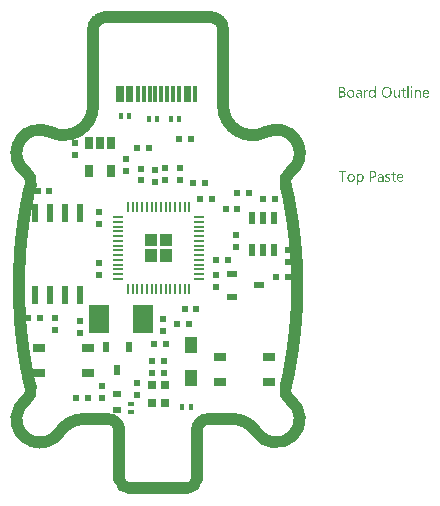
<source format=gtp>
G04*
G04 #@! TF.GenerationSoftware,Altium Limited,Altium Designer,21.9.2 (33)*
G04*
G04 Layer_Color=8421504*
%FSAX25Y25*%
%MOIN*%
G70*
G04*
G04 #@! TF.SameCoordinates,9B662772-510A-46F8-AEF7-6368D3D20965*
G04*
G04*
G04 #@! TF.FilePolarity,Positive*
G04*
G01*
G75*
%ADD16C,0.03937*%
%ADD17R,0.03445X0.00787*%
%ADD18R,0.00787X0.03445*%
%ADD19R,0.01968X0.02165*%
%ADD20R,0.01280X0.02461*%
%ADD21R,0.01181X0.05709*%
%ADD22R,0.02362X0.03543*%
%ADD23R,0.02362X0.06299*%
%ADD24R,0.02756X0.03937*%
%ADD25R,0.02165X0.01968*%
%ADD26R,0.01968X0.02165*%
%ADD27R,0.02165X0.01968*%
%ADD28R,0.03150X0.02362*%
%ADD29R,0.04134X0.02559*%
%ADD30R,0.04331X0.05315*%
%ADD31R,0.03543X0.02362*%
%ADD32R,0.02559X0.03150*%
%ADD33R,0.02461X0.01280*%
%ADD34R,0.02362X0.03937*%
%ADD35R,0.06693X0.09449*%
G36*
X0084544Y0066515D02*
X0084569D01*
X0084624Y0066491D01*
X0084655Y0066472D01*
X0084686Y0066447D01*
X0084692Y0066441D01*
X0084698Y0066435D01*
X0084729Y0066398D01*
X0084754Y0066336D01*
X0084760Y0066299D01*
X0084767Y0066262D01*
Y0066255D01*
Y0066243D01*
X0084760Y0066224D01*
X0084754Y0066200D01*
X0084736Y0066138D01*
X0084711Y0066107D01*
X0084686Y0066076D01*
X0084680D01*
X0084674Y0066064D01*
X0084637Y0066039D01*
X0084581Y0066014D01*
X0084544Y0066008D01*
X0084507Y0066002D01*
X0084488D01*
X0084469Y0066008D01*
X0084445D01*
X0084383Y0066033D01*
X0084352Y0066045D01*
X0084321Y0066070D01*
Y0066076D01*
X0084308Y0066082D01*
X0084296Y0066101D01*
X0084284Y0066119D01*
X0084259Y0066181D01*
X0084253Y0066218D01*
X0084247Y0066262D01*
Y0066268D01*
Y0066280D01*
X0084253Y0066299D01*
X0084259Y0066330D01*
X0084277Y0066386D01*
X0084296Y0066416D01*
X0084321Y0066447D01*
X0084327Y0066453D01*
X0084333Y0066460D01*
X0084370Y0066484D01*
X0084432Y0066509D01*
X0084469Y0066522D01*
X0084525D01*
X0084544Y0066515D01*
D02*
G37*
G36*
X0072554Y0062851D02*
X0072151D01*
Y0063272D01*
X0072139D01*
Y0063266D01*
X0072127Y0063253D01*
X0072108Y0063229D01*
X0072089Y0063198D01*
X0072058Y0063161D01*
X0072021Y0063123D01*
X0071978Y0063080D01*
X0071929Y0063037D01*
X0071873Y0062987D01*
X0071805Y0062944D01*
X0071737Y0062907D01*
X0071656Y0062870D01*
X0071576Y0062839D01*
X0071483Y0062814D01*
X0071384Y0062801D01*
X0071279Y0062795D01*
X0071235D01*
X0071198Y0062801D01*
X0071161Y0062808D01*
X0071111Y0062814D01*
X0071006Y0062839D01*
X0070882Y0062876D01*
X0070759Y0062938D01*
X0070691Y0062975D01*
X0070635Y0063018D01*
X0070573Y0063074D01*
X0070517Y0063130D01*
Y0063136D01*
X0070505Y0063148D01*
X0070492Y0063167D01*
X0070474Y0063191D01*
X0070455Y0063222D01*
X0070430Y0063266D01*
X0070406Y0063315D01*
X0070381Y0063371D01*
X0070350Y0063433D01*
X0070325Y0063501D01*
X0070301Y0063575D01*
X0070282Y0063656D01*
X0070263Y0063742D01*
X0070251Y0063841D01*
X0070245Y0063940D01*
X0070239Y0064046D01*
Y0064052D01*
Y0064070D01*
Y0064108D01*
X0070245Y0064151D01*
X0070251Y0064200D01*
X0070257Y0064262D01*
X0070263Y0064330D01*
X0070276Y0064405D01*
X0070313Y0064566D01*
X0070369Y0064733D01*
X0070406Y0064813D01*
X0070449Y0064894D01*
X0070492Y0064968D01*
X0070548Y0065042D01*
X0070554Y0065048D01*
X0070560Y0065061D01*
X0070579Y0065079D01*
X0070604Y0065104D01*
X0070635Y0065129D01*
X0070678Y0065160D01*
X0070722Y0065197D01*
X0070771Y0065234D01*
X0070895Y0065302D01*
X0071037Y0065364D01*
X0071118Y0065383D01*
X0071204Y0065401D01*
X0071291Y0065414D01*
X0071390Y0065420D01*
X0071439D01*
X0071477Y0065414D01*
X0071514Y0065407D01*
X0071563Y0065401D01*
X0071675Y0065370D01*
X0071798Y0065321D01*
X0071860Y0065290D01*
X0071922Y0065246D01*
X0071984Y0065203D01*
X0072040Y0065148D01*
X0072089Y0065086D01*
X0072139Y0065011D01*
X0072151D01*
Y0066571D01*
X0072554D01*
Y0062851D01*
D02*
G37*
G36*
X0086822Y0065414D02*
X0086896Y0065407D01*
X0086989Y0065389D01*
X0087088Y0065358D01*
X0087193Y0065308D01*
X0087298Y0065240D01*
X0087342Y0065203D01*
X0087385Y0065154D01*
X0087397Y0065141D01*
X0087422Y0065104D01*
X0087453Y0065042D01*
X0087496Y0064956D01*
X0087533Y0064850D01*
X0087571Y0064720D01*
X0087595Y0064566D01*
X0087602Y0064386D01*
Y0062851D01*
X0087199D01*
Y0064281D01*
Y0064287D01*
Y0064318D01*
X0087193Y0064355D01*
Y0064405D01*
X0087181Y0064467D01*
X0087168Y0064535D01*
X0087150Y0064609D01*
X0087125Y0064683D01*
X0087094Y0064758D01*
X0087057Y0064826D01*
X0087007Y0064894D01*
X0086952Y0064956D01*
X0086890Y0065005D01*
X0086809Y0065042D01*
X0086723Y0065073D01*
X0086617Y0065079D01*
X0086605D01*
X0086568Y0065073D01*
X0086512Y0065067D01*
X0086444Y0065048D01*
X0086364Y0065024D01*
X0086277Y0064980D01*
X0086197Y0064925D01*
X0086116Y0064850D01*
X0086110Y0064838D01*
X0086085Y0064813D01*
X0086054Y0064764D01*
X0086017Y0064696D01*
X0085980Y0064615D01*
X0085949Y0064516D01*
X0085924Y0064405D01*
X0085918Y0064281D01*
Y0062851D01*
X0085515D01*
Y0065364D01*
X0085918D01*
Y0064943D01*
X0085930D01*
X0085936Y0064949D01*
X0085943Y0064962D01*
X0085961Y0064986D01*
X0085986Y0065017D01*
X0086011Y0065055D01*
X0086048Y0065092D01*
X0086091Y0065135D01*
X0086141Y0065185D01*
X0086197Y0065228D01*
X0086258Y0065271D01*
X0086326Y0065308D01*
X0086401Y0065346D01*
X0086475Y0065377D01*
X0086562Y0065401D01*
X0086655Y0065414D01*
X0086753Y0065420D01*
X0086791D01*
X0086822Y0065414D01*
D02*
G37*
G36*
X0069824Y0065401D02*
X0069898Y0065395D01*
X0069942Y0065383D01*
X0069972Y0065370D01*
Y0064956D01*
X0069966Y0064962D01*
X0069954Y0064968D01*
X0069929Y0064980D01*
X0069898Y0064999D01*
X0069855Y0065011D01*
X0069799Y0065024D01*
X0069737Y0065030D01*
X0069669Y0065036D01*
X0069657D01*
X0069626Y0065030D01*
X0069576Y0065024D01*
X0069521Y0065005D01*
X0069446Y0064974D01*
X0069378Y0064931D01*
X0069304Y0064869D01*
X0069236Y0064788D01*
X0069230Y0064776D01*
X0069211Y0064745D01*
X0069180Y0064689D01*
X0069149Y0064615D01*
X0069118Y0064522D01*
X0069087Y0064405D01*
X0069069Y0064275D01*
X0069063Y0064126D01*
Y0062851D01*
X0068660D01*
Y0065364D01*
X0069063D01*
Y0064844D01*
X0069075D01*
Y0064850D01*
X0069081Y0064856D01*
X0069094Y0064887D01*
X0069112Y0064937D01*
X0069143Y0064999D01*
X0069174Y0065061D01*
X0069223Y0065129D01*
X0069273Y0065197D01*
X0069335Y0065259D01*
X0069341Y0065265D01*
X0069366Y0065284D01*
X0069403Y0065308D01*
X0069453Y0065333D01*
X0069508Y0065358D01*
X0069576Y0065383D01*
X0069651Y0065401D01*
X0069731Y0065407D01*
X0069787D01*
X0069824Y0065401D01*
D02*
G37*
G36*
X0080563Y0062851D02*
X0080161D01*
Y0063247D01*
X0080149D01*
Y0063241D01*
X0080136Y0063229D01*
X0080124Y0063204D01*
X0080099Y0063179D01*
X0080044Y0063105D01*
X0079957Y0063024D01*
X0079907Y0062981D01*
X0079852Y0062938D01*
X0079790Y0062901D01*
X0079716Y0062863D01*
X0079641Y0062839D01*
X0079561Y0062814D01*
X0079468Y0062801D01*
X0079375Y0062795D01*
X0079338D01*
X0079295Y0062801D01*
X0079233Y0062814D01*
X0079165Y0062826D01*
X0079090Y0062851D01*
X0079010Y0062882D01*
X0078929Y0062931D01*
X0078843Y0062987D01*
X0078762Y0063055D01*
X0078688Y0063142D01*
X0078620Y0063247D01*
X0078558Y0063365D01*
X0078515Y0063507D01*
X0078490Y0063674D01*
X0078478Y0063761D01*
Y0063860D01*
Y0065364D01*
X0078874D01*
Y0063922D01*
Y0063916D01*
Y0063891D01*
X0078880Y0063848D01*
X0078886Y0063798D01*
X0078892Y0063736D01*
X0078905Y0063674D01*
X0078923Y0063600D01*
X0078948Y0063526D01*
X0078985Y0063451D01*
X0079022Y0063383D01*
X0079072Y0063315D01*
X0079134Y0063253D01*
X0079202Y0063204D01*
X0079282Y0063167D01*
X0079381Y0063136D01*
X0079487Y0063130D01*
X0079499D01*
X0079536Y0063136D01*
X0079592Y0063142D01*
X0079654Y0063154D01*
X0079734Y0063185D01*
X0079815Y0063222D01*
X0079895Y0063272D01*
X0079969Y0063346D01*
X0079975Y0063359D01*
X0080000Y0063383D01*
X0080031Y0063433D01*
X0080068Y0063501D01*
X0080099Y0063581D01*
X0080130Y0063680D01*
X0080155Y0063792D01*
X0080161Y0063916D01*
Y0065364D01*
X0080563D01*
Y0062851D01*
D02*
G37*
G36*
X0084698D02*
X0084296D01*
Y0065364D01*
X0084698D01*
Y0062851D01*
D02*
G37*
G36*
X0083479D02*
X0083077D01*
Y0066571D01*
X0083479D01*
Y0062851D01*
D02*
G37*
G36*
X0067100Y0065414D02*
X0067156Y0065407D01*
X0067224Y0065389D01*
X0067298Y0065370D01*
X0067379Y0065339D01*
X0067466Y0065302D01*
X0067546Y0065253D01*
X0067626Y0065191D01*
X0067701Y0065117D01*
X0067769Y0065024D01*
X0067825Y0064918D01*
X0067868Y0064795D01*
X0067893Y0064652D01*
X0067905Y0064485D01*
Y0062851D01*
X0067503D01*
Y0063241D01*
X0067490D01*
Y0063235D01*
X0067478Y0063222D01*
X0067466Y0063198D01*
X0067441Y0063173D01*
X0067379Y0063099D01*
X0067298Y0063018D01*
X0067187Y0062938D01*
X0067057Y0062863D01*
X0066976Y0062839D01*
X0066896Y0062814D01*
X0066809Y0062801D01*
X0066716Y0062795D01*
X0066679D01*
X0066655Y0062801D01*
X0066587Y0062808D01*
X0066506Y0062820D01*
X0066407Y0062845D01*
X0066314Y0062876D01*
X0066215Y0062925D01*
X0066128Y0062987D01*
X0066122Y0062999D01*
X0066097Y0063024D01*
X0066060Y0063068D01*
X0066023Y0063130D01*
X0065986Y0063204D01*
X0065949Y0063291D01*
X0065924Y0063396D01*
X0065918Y0063513D01*
Y0063520D01*
Y0063544D01*
X0065924Y0063581D01*
X0065930Y0063625D01*
X0065943Y0063680D01*
X0065961Y0063742D01*
X0065986Y0063810D01*
X0066023Y0063879D01*
X0066067Y0063953D01*
X0066122Y0064027D01*
X0066190Y0064095D01*
X0066271Y0064157D01*
X0066364Y0064219D01*
X0066475Y0064268D01*
X0066599Y0064306D01*
X0066747Y0064337D01*
X0067503Y0064442D01*
Y0064448D01*
Y0064467D01*
X0067497Y0064504D01*
Y0064541D01*
X0067484Y0064590D01*
X0067478Y0064646D01*
X0067441Y0064764D01*
X0067410Y0064819D01*
X0067379Y0064875D01*
X0067335Y0064931D01*
X0067286Y0064980D01*
X0067224Y0065024D01*
X0067156Y0065055D01*
X0067076Y0065073D01*
X0066983Y0065079D01*
X0066939D01*
X0066908Y0065073D01*
X0066865D01*
X0066822Y0065061D01*
X0066710Y0065042D01*
X0066587Y0065005D01*
X0066450Y0064949D01*
X0066376Y0064912D01*
X0066308Y0064875D01*
X0066234Y0064826D01*
X0066166Y0064770D01*
Y0065185D01*
X0066172D01*
X0066184Y0065197D01*
X0066203Y0065209D01*
X0066234Y0065222D01*
X0066265Y0065240D01*
X0066308Y0065259D01*
X0066357Y0065277D01*
X0066413Y0065302D01*
X0066537Y0065346D01*
X0066686Y0065383D01*
X0066847Y0065407D01*
X0067020Y0065420D01*
X0067057D01*
X0067100Y0065414D01*
D02*
G37*
G36*
X0061412Y0066361D02*
X0061455D01*
X0061498Y0066355D01*
X0061597Y0066342D01*
X0061715Y0066311D01*
X0061839Y0066274D01*
X0061956Y0066218D01*
X0062062Y0066144D01*
X0062068D01*
X0062074Y0066132D01*
X0062105Y0066107D01*
X0062148Y0066057D01*
X0062198Y0065989D01*
X0062241Y0065903D01*
X0062284Y0065804D01*
X0062315Y0065692D01*
X0062328Y0065630D01*
Y0065562D01*
Y0065556D01*
Y0065550D01*
Y0065513D01*
X0062322Y0065457D01*
X0062309Y0065389D01*
X0062291Y0065302D01*
X0062260Y0065215D01*
X0062223Y0065129D01*
X0062167Y0065042D01*
X0062161Y0065030D01*
X0062136Y0065005D01*
X0062099Y0064968D01*
X0062049Y0064918D01*
X0061987Y0064869D01*
X0061913Y0064813D01*
X0061820Y0064770D01*
X0061721Y0064727D01*
Y0064720D01*
X0061740D01*
X0061758Y0064714D01*
X0061777Y0064708D01*
X0061845Y0064696D01*
X0061926Y0064671D01*
X0062012Y0064634D01*
X0062105Y0064590D01*
X0062198Y0064529D01*
X0062284Y0064448D01*
X0062297Y0064436D01*
X0062322Y0064405D01*
X0062353Y0064361D01*
X0062396Y0064293D01*
X0062433Y0064207D01*
X0062470Y0064108D01*
X0062495Y0063990D01*
X0062501Y0063860D01*
Y0063854D01*
Y0063841D01*
Y0063817D01*
X0062495Y0063786D01*
X0062489Y0063749D01*
X0062483Y0063705D01*
X0062458Y0063600D01*
X0062421Y0063482D01*
X0062365Y0063359D01*
X0062328Y0063303D01*
X0062284Y0063241D01*
X0062229Y0063185D01*
X0062173Y0063130D01*
X0062167D01*
X0062161Y0063117D01*
X0062142Y0063105D01*
X0062117Y0063086D01*
X0062086Y0063068D01*
X0062043Y0063043D01*
X0061950Y0062993D01*
X0061833Y0062938D01*
X0061696Y0062894D01*
X0061536Y0062863D01*
X0061455Y0062857D01*
X0061362Y0062851D01*
X0060335D01*
Y0066367D01*
X0061381D01*
X0061412Y0066361D01*
D02*
G37*
G36*
X0081907Y0065364D02*
X0082544D01*
Y0065017D01*
X0081907D01*
Y0063600D01*
Y0063588D01*
Y0063557D01*
X0081913Y0063513D01*
X0081919Y0063458D01*
X0081944Y0063340D01*
X0081963Y0063284D01*
X0081993Y0063241D01*
X0082000Y0063235D01*
X0082012Y0063222D01*
X0082031Y0063210D01*
X0082061Y0063191D01*
X0082099Y0063167D01*
X0082148Y0063154D01*
X0082210Y0063142D01*
X0082278Y0063136D01*
X0082303D01*
X0082334Y0063142D01*
X0082371Y0063148D01*
X0082458Y0063173D01*
X0082501Y0063191D01*
X0082544Y0063216D01*
Y0062870D01*
X0082538D01*
X0082520Y0062857D01*
X0082489Y0062851D01*
X0082445Y0062839D01*
X0082390Y0062826D01*
X0082328Y0062814D01*
X0082253Y0062808D01*
X0082167Y0062801D01*
X0082136D01*
X0082105Y0062808D01*
X0082061Y0062814D01*
X0082012Y0062826D01*
X0081956Y0062839D01*
X0081901Y0062863D01*
X0081839Y0062894D01*
X0081777Y0062931D01*
X0081715Y0062981D01*
X0081659Y0063037D01*
X0081610Y0063111D01*
X0081566Y0063191D01*
X0081535Y0063291D01*
X0081511Y0063402D01*
X0081504Y0063532D01*
Y0065017D01*
X0081077D01*
Y0065364D01*
X0081504D01*
Y0065977D01*
X0081907Y0066107D01*
Y0065364D01*
D02*
G37*
G36*
X0089434Y0065414D02*
X0089477Y0065407D01*
X0089521Y0065401D01*
X0089632Y0065383D01*
X0089756Y0065339D01*
X0089880Y0065284D01*
X0089941Y0065246D01*
X0090003Y0065203D01*
X0090059Y0065154D01*
X0090115Y0065098D01*
X0090121Y0065092D01*
X0090127Y0065086D01*
X0090140Y0065067D01*
X0090158Y0065042D01*
X0090177Y0065005D01*
X0090201Y0064968D01*
X0090226Y0064925D01*
X0090251Y0064869D01*
X0090276Y0064807D01*
X0090300Y0064745D01*
X0090325Y0064671D01*
X0090344Y0064590D01*
X0090362Y0064504D01*
X0090375Y0064417D01*
X0090387Y0064318D01*
Y0064213D01*
Y0064002D01*
X0088611D01*
Y0063996D01*
Y0063984D01*
Y0063965D01*
X0088617Y0063934D01*
X0088623Y0063897D01*
Y0063860D01*
X0088642Y0063761D01*
X0088673Y0063662D01*
X0088710Y0063550D01*
X0088765Y0063445D01*
X0088833Y0063352D01*
X0088846Y0063340D01*
X0088871Y0063315D01*
X0088920Y0063284D01*
X0088988Y0063241D01*
X0089075Y0063198D01*
X0089174Y0063167D01*
X0089291Y0063142D01*
X0089428Y0063130D01*
X0089471D01*
X0089502Y0063136D01*
X0089539D01*
X0089582Y0063142D01*
X0089688Y0063167D01*
X0089805Y0063198D01*
X0089935Y0063247D01*
X0090071Y0063315D01*
X0090140Y0063359D01*
X0090208Y0063408D01*
Y0063030D01*
X0090201D01*
X0090195Y0063018D01*
X0090177Y0063012D01*
X0090146Y0062993D01*
X0090115Y0062975D01*
X0090078Y0062956D01*
X0090028Y0062938D01*
X0089978Y0062913D01*
X0089917Y0062888D01*
X0089849Y0062870D01*
X0089700Y0062832D01*
X0089527Y0062808D01*
X0089335Y0062795D01*
X0089285D01*
X0089248Y0062801D01*
X0089205Y0062808D01*
X0089149Y0062814D01*
X0089031Y0062839D01*
X0088895Y0062876D01*
X0088759Y0062938D01*
X0088691Y0062981D01*
X0088623Y0063024D01*
X0088561Y0063074D01*
X0088499Y0063136D01*
X0088493Y0063142D01*
X0088487Y0063154D01*
X0088474Y0063173D01*
X0088450Y0063198D01*
X0088431Y0063235D01*
X0088406Y0063278D01*
X0088375Y0063328D01*
X0088351Y0063383D01*
X0088320Y0063445D01*
X0088295Y0063520D01*
X0088264Y0063600D01*
X0088245Y0063687D01*
X0088227Y0063779D01*
X0088208Y0063879D01*
X0088202Y0063984D01*
X0088196Y0064095D01*
Y0064101D01*
Y0064120D01*
Y0064151D01*
X0088202Y0064194D01*
X0088208Y0064244D01*
X0088214Y0064299D01*
X0088221Y0064368D01*
X0088239Y0064436D01*
X0088276Y0064584D01*
X0088332Y0064745D01*
X0088369Y0064826D01*
X0088419Y0064900D01*
X0088468Y0064980D01*
X0088524Y0065048D01*
X0088530Y0065055D01*
X0088542Y0065067D01*
X0088561Y0065086D01*
X0088586Y0065104D01*
X0088617Y0065135D01*
X0088654Y0065166D01*
X0088703Y0065197D01*
X0088753Y0065234D01*
X0088871Y0065302D01*
X0089013Y0065364D01*
X0089093Y0065383D01*
X0089174Y0065401D01*
X0089261Y0065414D01*
X0089353Y0065420D01*
X0089403D01*
X0089434Y0065414D01*
D02*
G37*
G36*
X0076392Y0066423D02*
X0076453Y0066416D01*
X0076528Y0066404D01*
X0076608Y0066386D01*
X0076695Y0066367D01*
X0076781Y0066342D01*
X0076881Y0066311D01*
X0076973Y0066268D01*
X0077072Y0066218D01*
X0077171Y0066163D01*
X0077264Y0066094D01*
X0077357Y0066020D01*
X0077444Y0065934D01*
X0077450Y0065927D01*
X0077462Y0065909D01*
X0077487Y0065884D01*
X0077512Y0065847D01*
X0077549Y0065797D01*
X0077586Y0065736D01*
X0077623Y0065667D01*
X0077667Y0065593D01*
X0077710Y0065500D01*
X0077747Y0065407D01*
X0077784Y0065302D01*
X0077821Y0065185D01*
X0077846Y0065067D01*
X0077871Y0064937D01*
X0077883Y0064795D01*
X0077890Y0064652D01*
Y0064640D01*
Y0064615D01*
Y0064572D01*
X0077883Y0064510D01*
X0077877Y0064436D01*
X0077865Y0064355D01*
X0077852Y0064262D01*
X0077834Y0064157D01*
X0077809Y0064052D01*
X0077778Y0063940D01*
X0077741Y0063829D01*
X0077698Y0063718D01*
X0077642Y0063600D01*
X0077580Y0063495D01*
X0077512Y0063389D01*
X0077431Y0063291D01*
X0077425Y0063284D01*
X0077413Y0063272D01*
X0077382Y0063247D01*
X0077351Y0063216D01*
X0077301Y0063173D01*
X0077246Y0063136D01*
X0077184Y0063086D01*
X0077109Y0063043D01*
X0077029Y0062999D01*
X0076936Y0062950D01*
X0076837Y0062913D01*
X0076726Y0062876D01*
X0076608Y0062839D01*
X0076484Y0062814D01*
X0076354Y0062801D01*
X0076212Y0062795D01*
X0076181D01*
X0076138Y0062801D01*
X0076088D01*
X0076026Y0062808D01*
X0075952Y0062820D01*
X0075871Y0062839D01*
X0075779Y0062857D01*
X0075686Y0062882D01*
X0075587Y0062913D01*
X0075488Y0062956D01*
X0075389Y0062999D01*
X0075290Y0063055D01*
X0075191Y0063123D01*
X0075098Y0063198D01*
X0075011Y0063284D01*
X0075005Y0063291D01*
X0074993Y0063309D01*
X0074968Y0063334D01*
X0074943Y0063371D01*
X0074906Y0063420D01*
X0074869Y0063482D01*
X0074832Y0063550D01*
X0074788Y0063631D01*
X0074745Y0063718D01*
X0074708Y0063810D01*
X0074671Y0063916D01*
X0074634Y0064033D01*
X0074609Y0064151D01*
X0074584Y0064281D01*
X0074572Y0064423D01*
X0074565Y0064566D01*
Y0064578D01*
Y0064603D01*
X0074572Y0064646D01*
Y0064708D01*
X0074578Y0064776D01*
X0074590Y0064863D01*
X0074603Y0064956D01*
X0074621Y0065055D01*
X0074646Y0065160D01*
X0074677Y0065271D01*
X0074714Y0065383D01*
X0074757Y0065494D01*
X0074813Y0065605D01*
X0074875Y0065717D01*
X0074943Y0065822D01*
X0075024Y0065921D01*
X0075030Y0065927D01*
X0075042Y0065946D01*
X0075073Y0065971D01*
X0075110Y0066002D01*
X0075153Y0066039D01*
X0075209Y0066082D01*
X0075277Y0066126D01*
X0075352Y0066175D01*
X0075438Y0066224D01*
X0075531Y0066268D01*
X0075630Y0066311D01*
X0075741Y0066348D01*
X0075865Y0066379D01*
X0075995Y0066410D01*
X0076131Y0066423D01*
X0076274Y0066429D01*
X0076342D01*
X0076392Y0066423D01*
D02*
G37*
G36*
X0064364Y0065414D02*
X0064408Y0065407D01*
X0064463Y0065401D01*
X0064587Y0065377D01*
X0064729Y0065333D01*
X0064872Y0065271D01*
X0064946Y0065234D01*
X0065014Y0065191D01*
X0065082Y0065135D01*
X0065144Y0065073D01*
X0065150Y0065067D01*
X0065157Y0065055D01*
X0065175Y0065036D01*
X0065194Y0065011D01*
X0065219Y0064974D01*
X0065243Y0064931D01*
X0065274Y0064881D01*
X0065305Y0064826D01*
X0065330Y0064758D01*
X0065361Y0064689D01*
X0065386Y0064609D01*
X0065410Y0064522D01*
X0065429Y0064429D01*
X0065448Y0064330D01*
X0065454Y0064225D01*
X0065460Y0064114D01*
Y0064108D01*
Y0064089D01*
Y0064058D01*
X0065454Y0064015D01*
X0065448Y0063965D01*
X0065441Y0063903D01*
X0065429Y0063841D01*
X0065417Y0063767D01*
X0065380Y0063618D01*
X0065318Y0063458D01*
X0065280Y0063377D01*
X0065231Y0063297D01*
X0065181Y0063222D01*
X0065119Y0063154D01*
X0065113Y0063148D01*
X0065101Y0063142D01*
X0065082Y0063123D01*
X0065058Y0063099D01*
X0065021Y0063074D01*
X0064983Y0063043D01*
X0064934Y0063006D01*
X0064878Y0062975D01*
X0064816Y0062944D01*
X0064748Y0062907D01*
X0064674Y0062876D01*
X0064593Y0062851D01*
X0064507Y0062826D01*
X0064414Y0062814D01*
X0064315Y0062801D01*
X0064210Y0062795D01*
X0064154D01*
X0064117Y0062801D01*
X0064073Y0062808D01*
X0064018Y0062814D01*
X0063956Y0062826D01*
X0063888Y0062839D01*
X0063745Y0062882D01*
X0063597Y0062944D01*
X0063522Y0062981D01*
X0063454Y0063030D01*
X0063386Y0063080D01*
X0063318Y0063142D01*
X0063312Y0063148D01*
X0063306Y0063161D01*
X0063287Y0063179D01*
X0063269Y0063204D01*
X0063244Y0063241D01*
X0063213Y0063284D01*
X0063182Y0063334D01*
X0063157Y0063389D01*
X0063126Y0063458D01*
X0063095Y0063526D01*
X0063064Y0063600D01*
X0063040Y0063687D01*
X0063003Y0063872D01*
X0062996Y0063971D01*
X0062990Y0064077D01*
Y0064083D01*
Y0064108D01*
Y0064139D01*
X0062996Y0064182D01*
X0063003Y0064231D01*
X0063009Y0064293D01*
X0063021Y0064361D01*
X0063033Y0064436D01*
X0063071Y0064597D01*
X0063133Y0064758D01*
X0063176Y0064838D01*
X0063219Y0064918D01*
X0063269Y0064993D01*
X0063331Y0065061D01*
X0063337Y0065067D01*
X0063349Y0065079D01*
X0063368Y0065092D01*
X0063393Y0065117D01*
X0063430Y0065141D01*
X0063473Y0065172D01*
X0063522Y0065209D01*
X0063578Y0065240D01*
X0063640Y0065271D01*
X0063714Y0065308D01*
X0063789Y0065339D01*
X0063875Y0065364D01*
X0063962Y0065389D01*
X0064061Y0065407D01*
X0064166Y0065414D01*
X0064271Y0065420D01*
X0064327D01*
X0064364Y0065414D01*
D02*
G37*
G36*
X0067577Y0037375D02*
X0067620Y0037369D01*
X0067664Y0037363D01*
X0067775Y0037338D01*
X0067899Y0037301D01*
X0068023Y0037239D01*
X0068085Y0037202D01*
X0068146Y0037153D01*
X0068202Y0037103D01*
X0068258Y0037041D01*
X0068264Y0037035D01*
X0068270Y0037029D01*
X0068283Y0037004D01*
X0068301Y0036979D01*
X0068320Y0036948D01*
X0068344Y0036905D01*
X0068369Y0036855D01*
X0068394Y0036806D01*
X0068419Y0036744D01*
X0068444Y0036676D01*
X0068468Y0036602D01*
X0068487Y0036521D01*
X0068518Y0036342D01*
X0068530Y0036243D01*
Y0036137D01*
Y0036131D01*
Y0036113D01*
Y0036075D01*
X0068524Y0036032D01*
Y0035983D01*
X0068512Y0035921D01*
X0068505Y0035853D01*
X0068493Y0035778D01*
X0068456Y0035617D01*
X0068400Y0035450D01*
X0068363Y0035370D01*
X0068326Y0035289D01*
X0068276Y0035209D01*
X0068221Y0035135D01*
X0068214Y0035128D01*
X0068208Y0035116D01*
X0068190Y0035098D01*
X0068165Y0035079D01*
X0068134Y0035048D01*
X0068097Y0035017D01*
X0068054Y0034980D01*
X0068004Y0034949D01*
X0067948Y0034912D01*
X0067886Y0034875D01*
X0067738Y0034819D01*
X0067657Y0034794D01*
X0067577Y0034776D01*
X0067484Y0034763D01*
X0067385Y0034757D01*
X0067335D01*
X0067305Y0034763D01*
X0067261Y0034769D01*
X0067218Y0034782D01*
X0067106Y0034806D01*
X0066989Y0034856D01*
X0066921Y0034893D01*
X0066859Y0034930D01*
X0066797Y0034980D01*
X0066741Y0035036D01*
X0066679Y0035098D01*
X0066630Y0035172D01*
X0066618D01*
Y0033661D01*
X0066215D01*
Y0037326D01*
X0066618D01*
Y0036880D01*
X0066630D01*
X0066636Y0036886D01*
X0066642Y0036905D01*
X0066661Y0036930D01*
X0066686Y0036961D01*
X0066716Y0036998D01*
X0066754Y0037041D01*
X0066797Y0037084D01*
X0066853Y0037134D01*
X0066908Y0037177D01*
X0066970Y0037221D01*
X0067045Y0037264D01*
X0067119Y0037301D01*
X0067206Y0037338D01*
X0067298Y0037363D01*
X0067391Y0037375D01*
X0067497Y0037382D01*
X0067546D01*
X0067577Y0037375D01*
D02*
G37*
G36*
X0076850D02*
X0076930Y0037369D01*
X0077017Y0037357D01*
X0077116Y0037332D01*
X0077215Y0037307D01*
X0077314Y0037270D01*
Y0036862D01*
X0077301Y0036868D01*
X0077264Y0036893D01*
X0077209Y0036917D01*
X0077134Y0036955D01*
X0077041Y0036985D01*
X0076930Y0037016D01*
X0076806Y0037035D01*
X0076676Y0037041D01*
X0076608D01*
X0076546Y0037029D01*
X0076472Y0037016D01*
X0076466D01*
X0076460Y0037010D01*
X0076422Y0036998D01*
X0076373Y0036973D01*
X0076317Y0036942D01*
X0076305Y0036936D01*
X0076280Y0036911D01*
X0076249Y0036874D01*
X0076218Y0036831D01*
X0076212Y0036818D01*
X0076200Y0036787D01*
X0076187Y0036744D01*
X0076181Y0036688D01*
Y0036682D01*
Y0036670D01*
Y0036651D01*
X0076187Y0036633D01*
X0076200Y0036577D01*
X0076218Y0036521D01*
X0076224Y0036509D01*
X0076243Y0036484D01*
X0076280Y0036447D01*
X0076323Y0036404D01*
X0076330D01*
X0076336Y0036397D01*
X0076373Y0036373D01*
X0076422Y0036342D01*
X0076490Y0036311D01*
X0076497D01*
X0076509Y0036305D01*
X0076528Y0036298D01*
X0076559Y0036286D01*
X0076627Y0036261D01*
X0076713Y0036224D01*
X0076720D01*
X0076744Y0036212D01*
X0076775Y0036199D01*
X0076812Y0036187D01*
X0076911Y0036144D01*
X0077011Y0036094D01*
X0077017D01*
X0077035Y0036082D01*
X0077060Y0036069D01*
X0077091Y0036051D01*
X0077165Y0036001D01*
X0077240Y0035939D01*
X0077246Y0035933D01*
X0077258Y0035927D01*
X0077271Y0035908D01*
X0077295Y0035884D01*
X0077339Y0035822D01*
X0077382Y0035741D01*
Y0035735D01*
X0077388Y0035723D01*
X0077400Y0035698D01*
X0077407Y0035667D01*
X0077419Y0035630D01*
X0077425Y0035587D01*
X0077431Y0035481D01*
Y0035475D01*
Y0035450D01*
X0077425Y0035413D01*
X0077419Y0035370D01*
X0077413Y0035320D01*
X0077394Y0035265D01*
X0077376Y0035215D01*
X0077345Y0035159D01*
X0077339Y0035153D01*
X0077332Y0035135D01*
X0077314Y0035110D01*
X0077289Y0035079D01*
X0077258Y0035042D01*
X0077221Y0035005D01*
X0077128Y0034930D01*
X0077122Y0034924D01*
X0077103Y0034918D01*
X0077079Y0034899D01*
X0077035Y0034881D01*
X0076992Y0034856D01*
X0076936Y0034837D01*
X0076881Y0034819D01*
X0076812Y0034800D01*
X0076806D01*
X0076781Y0034794D01*
X0076744Y0034788D01*
X0076701Y0034782D01*
X0076639Y0034769D01*
X0076577Y0034763D01*
X0076435Y0034757D01*
X0076373D01*
X0076299Y0034763D01*
X0076206Y0034776D01*
X0076101Y0034794D01*
X0075989Y0034819D01*
X0075878Y0034850D01*
X0075766Y0034899D01*
Y0035333D01*
X0075773D01*
X0075779Y0035320D01*
X0075797Y0035308D01*
X0075822Y0035296D01*
X0075890Y0035258D01*
X0075983Y0035215D01*
X0076088Y0035166D01*
X0076212Y0035128D01*
X0076348Y0035104D01*
X0076490Y0035091D01*
X0076540D01*
X0076571Y0035098D01*
X0076658Y0035110D01*
X0076757Y0035135D01*
X0076850Y0035178D01*
X0076893Y0035209D01*
X0076936Y0035240D01*
X0076967Y0035283D01*
X0076992Y0035326D01*
X0077011Y0035382D01*
X0077017Y0035444D01*
Y0035450D01*
Y0035463D01*
Y0035481D01*
X0077011Y0035500D01*
X0076998Y0035555D01*
X0076973Y0035611D01*
Y0035617D01*
X0076967Y0035624D01*
X0076942Y0035655D01*
X0076905Y0035698D01*
X0076850Y0035735D01*
X0076843D01*
X0076837Y0035747D01*
X0076800Y0035766D01*
X0076744Y0035803D01*
X0076670Y0035834D01*
X0076664D01*
X0076652Y0035840D01*
X0076633Y0035853D01*
X0076602Y0035865D01*
X0076534Y0035890D01*
X0076447Y0035927D01*
X0076441D01*
X0076416Y0035939D01*
X0076385Y0035952D01*
X0076348Y0035964D01*
X0076249Y0036007D01*
X0076150Y0036057D01*
X0076144Y0036063D01*
X0076131Y0036069D01*
X0076107Y0036082D01*
X0076076Y0036100D01*
X0076008Y0036150D01*
X0075940Y0036206D01*
X0075933Y0036212D01*
X0075927Y0036218D01*
X0075909Y0036236D01*
X0075890Y0036261D01*
X0075847Y0036323D01*
X0075810Y0036397D01*
Y0036404D01*
X0075803Y0036416D01*
X0075797Y0036441D01*
X0075791Y0036472D01*
X0075785Y0036509D01*
X0075779Y0036552D01*
X0075773Y0036657D01*
Y0036663D01*
Y0036688D01*
X0075779Y0036719D01*
X0075785Y0036763D01*
X0075791Y0036812D01*
X0075810Y0036862D01*
X0075828Y0036917D01*
X0075853Y0036967D01*
X0075859Y0036973D01*
X0075865Y0036992D01*
X0075884Y0037016D01*
X0075909Y0037047D01*
X0075977Y0037122D01*
X0076063Y0037196D01*
X0076070Y0037202D01*
X0076088Y0037208D01*
X0076113Y0037227D01*
X0076156Y0037245D01*
X0076200Y0037270D01*
X0076249Y0037295D01*
X0076373Y0037332D01*
X0076379D01*
X0076404Y0037338D01*
X0076435Y0037351D01*
X0076484Y0037357D01*
X0076534Y0037369D01*
X0076596Y0037375D01*
X0076732Y0037382D01*
X0076788D01*
X0076850Y0037375D01*
D02*
G37*
G36*
X0074355D02*
X0074411Y0037369D01*
X0074479Y0037351D01*
X0074553Y0037332D01*
X0074634Y0037301D01*
X0074720Y0037264D01*
X0074801Y0037214D01*
X0074881Y0037153D01*
X0074955Y0037078D01*
X0075024Y0036985D01*
X0075079Y0036880D01*
X0075122Y0036756D01*
X0075147Y0036614D01*
X0075160Y0036447D01*
Y0034813D01*
X0074757D01*
Y0035203D01*
X0074745D01*
Y0035197D01*
X0074733Y0035184D01*
X0074720Y0035159D01*
X0074695Y0035135D01*
X0074634Y0035060D01*
X0074553Y0034980D01*
X0074442Y0034899D01*
X0074312Y0034825D01*
X0074231Y0034800D01*
X0074151Y0034776D01*
X0074064Y0034763D01*
X0073971Y0034757D01*
X0073934D01*
X0073909Y0034763D01*
X0073841Y0034769D01*
X0073761Y0034782D01*
X0073662Y0034806D01*
X0073569Y0034837D01*
X0073470Y0034887D01*
X0073383Y0034949D01*
X0073377Y0034961D01*
X0073352Y0034986D01*
X0073315Y0035029D01*
X0073278Y0035091D01*
X0073241Y0035166D01*
X0073204Y0035252D01*
X0073179Y0035357D01*
X0073173Y0035475D01*
Y0035481D01*
Y0035506D01*
X0073179Y0035543D01*
X0073185Y0035587D01*
X0073198Y0035642D01*
X0073216Y0035704D01*
X0073241Y0035772D01*
X0073278Y0035840D01*
X0073321Y0035915D01*
X0073377Y0035989D01*
X0073445Y0036057D01*
X0073526Y0036119D01*
X0073618Y0036181D01*
X0073730Y0036230D01*
X0073854Y0036267D01*
X0074002Y0036298D01*
X0074757Y0036404D01*
Y0036410D01*
Y0036428D01*
X0074751Y0036465D01*
Y0036503D01*
X0074739Y0036552D01*
X0074733Y0036608D01*
X0074695Y0036726D01*
X0074664Y0036781D01*
X0074634Y0036837D01*
X0074590Y0036893D01*
X0074541Y0036942D01*
X0074479Y0036985D01*
X0074411Y0037016D01*
X0074330Y0037035D01*
X0074237Y0037041D01*
X0074194D01*
X0074163Y0037035D01*
X0074120D01*
X0074076Y0037023D01*
X0073965Y0037004D01*
X0073841Y0036967D01*
X0073705Y0036911D01*
X0073631Y0036874D01*
X0073563Y0036837D01*
X0073488Y0036787D01*
X0073420Y0036732D01*
Y0037146D01*
X0073427D01*
X0073439Y0037159D01*
X0073457Y0037171D01*
X0073488Y0037183D01*
X0073519Y0037202D01*
X0073563Y0037221D01*
X0073612Y0037239D01*
X0073668Y0037264D01*
X0073792Y0037307D01*
X0073940Y0037345D01*
X0074101Y0037369D01*
X0074274Y0037382D01*
X0074312D01*
X0074355Y0037375D01*
D02*
G37*
G36*
X0071656Y0038322D02*
X0071706D01*
X0071755Y0038316D01*
X0071885Y0038291D01*
X0072021Y0038261D01*
X0072170Y0038211D01*
X0072312Y0038143D01*
X0072374Y0038100D01*
X0072436Y0038050D01*
X0072442D01*
X0072448Y0038038D01*
X0072467Y0038019D01*
X0072486Y0038001D01*
X0072535Y0037939D01*
X0072597Y0037852D01*
X0072653Y0037741D01*
X0072702Y0037611D01*
X0072739Y0037456D01*
X0072746Y0037369D01*
X0072752Y0037276D01*
Y0037270D01*
Y0037252D01*
Y0037227D01*
X0072746Y0037196D01*
X0072739Y0037153D01*
X0072733Y0037103D01*
X0072708Y0036985D01*
X0072665Y0036855D01*
X0072603Y0036719D01*
X0072566Y0036651D01*
X0072523Y0036583D01*
X0072467Y0036515D01*
X0072405Y0036453D01*
X0072399Y0036447D01*
X0072387Y0036441D01*
X0072368Y0036422D01*
X0072343Y0036404D01*
X0072306Y0036379D01*
X0072263Y0036354D01*
X0072213Y0036323D01*
X0072158Y0036298D01*
X0072096Y0036267D01*
X0072027Y0036236D01*
X0071947Y0036212D01*
X0071867Y0036187D01*
X0071681Y0036150D01*
X0071582Y0036144D01*
X0071477Y0036137D01*
X0071012D01*
Y0034813D01*
X0070598D01*
Y0038329D01*
X0071619D01*
X0071656Y0038322D01*
D02*
G37*
G36*
X0062774Y0037957D02*
X0061758D01*
Y0034813D01*
X0061350D01*
Y0037957D01*
X0060335D01*
Y0038329D01*
X0062774D01*
Y0037957D01*
D02*
G37*
G36*
X0078583Y0037326D02*
X0079220D01*
Y0036979D01*
X0078583D01*
Y0035562D01*
Y0035549D01*
Y0035518D01*
X0078589Y0035475D01*
X0078595Y0035419D01*
X0078620Y0035302D01*
X0078638Y0035246D01*
X0078669Y0035203D01*
X0078676Y0035197D01*
X0078688Y0035184D01*
X0078707Y0035172D01*
X0078737Y0035153D01*
X0078775Y0035128D01*
X0078824Y0035116D01*
X0078886Y0035104D01*
X0078954Y0035098D01*
X0078979D01*
X0079010Y0035104D01*
X0079047Y0035110D01*
X0079134Y0035135D01*
X0079177Y0035153D01*
X0079220Y0035178D01*
Y0034831D01*
X0079214D01*
X0079196Y0034819D01*
X0079165Y0034813D01*
X0079121Y0034800D01*
X0079066Y0034788D01*
X0079004Y0034776D01*
X0078929Y0034769D01*
X0078843Y0034763D01*
X0078812D01*
X0078781Y0034769D01*
X0078737Y0034776D01*
X0078688Y0034788D01*
X0078632Y0034800D01*
X0078577Y0034825D01*
X0078515Y0034856D01*
X0078453Y0034893D01*
X0078391Y0034943D01*
X0078335Y0034998D01*
X0078286Y0035073D01*
X0078242Y0035153D01*
X0078211Y0035252D01*
X0078187Y0035364D01*
X0078180Y0035494D01*
Y0036979D01*
X0077753D01*
Y0037326D01*
X0078180D01*
Y0037939D01*
X0078583Y0038069D01*
Y0037326D01*
D02*
G37*
G36*
X0080823Y0037375D02*
X0080867Y0037369D01*
X0080910Y0037363D01*
X0081022Y0037345D01*
X0081145Y0037301D01*
X0081269Y0037245D01*
X0081331Y0037208D01*
X0081393Y0037165D01*
X0081449Y0037115D01*
X0081504Y0037060D01*
X0081511Y0037053D01*
X0081517Y0037047D01*
X0081529Y0037029D01*
X0081548Y0037004D01*
X0081566Y0036967D01*
X0081591Y0036930D01*
X0081616Y0036886D01*
X0081641Y0036831D01*
X0081665Y0036769D01*
X0081690Y0036707D01*
X0081715Y0036633D01*
X0081734Y0036552D01*
X0081752Y0036465D01*
X0081764Y0036379D01*
X0081777Y0036280D01*
Y0036174D01*
Y0035964D01*
X0080000D01*
Y0035958D01*
Y0035945D01*
Y0035927D01*
X0080006Y0035896D01*
X0080013Y0035859D01*
Y0035822D01*
X0080031Y0035723D01*
X0080062Y0035624D01*
X0080099Y0035512D01*
X0080155Y0035407D01*
X0080223Y0035314D01*
X0080235Y0035302D01*
X0080260Y0035277D01*
X0080310Y0035246D01*
X0080378Y0035203D01*
X0080465Y0035159D01*
X0080563Y0035128D01*
X0080681Y0035104D01*
X0080817Y0035091D01*
X0080861D01*
X0080892Y0035098D01*
X0080929D01*
X0080972Y0035104D01*
X0081077Y0035128D01*
X0081195Y0035159D01*
X0081325Y0035209D01*
X0081461Y0035277D01*
X0081529Y0035320D01*
X0081597Y0035370D01*
Y0034992D01*
X0081591D01*
X0081585Y0034980D01*
X0081566Y0034974D01*
X0081535Y0034955D01*
X0081504Y0034936D01*
X0081467Y0034918D01*
X0081418Y0034899D01*
X0081368Y0034875D01*
X0081306Y0034850D01*
X0081238Y0034831D01*
X0081090Y0034794D01*
X0080916Y0034769D01*
X0080725Y0034757D01*
X0080675D01*
X0080638Y0034763D01*
X0080594Y0034769D01*
X0080539Y0034776D01*
X0080421Y0034800D01*
X0080285Y0034837D01*
X0080149Y0034899D01*
X0080081Y0034943D01*
X0080013Y0034986D01*
X0079951Y0035036D01*
X0079889Y0035098D01*
X0079883Y0035104D01*
X0079877Y0035116D01*
X0079864Y0035135D01*
X0079839Y0035159D01*
X0079821Y0035197D01*
X0079796Y0035240D01*
X0079765Y0035289D01*
X0079740Y0035345D01*
X0079709Y0035407D01*
X0079685Y0035481D01*
X0079654Y0035562D01*
X0079635Y0035648D01*
X0079616Y0035741D01*
X0079598Y0035840D01*
X0079592Y0035945D01*
X0079585Y0036057D01*
Y0036063D01*
Y0036082D01*
Y0036113D01*
X0079592Y0036156D01*
X0079598Y0036206D01*
X0079604Y0036261D01*
X0079610Y0036329D01*
X0079629Y0036397D01*
X0079666Y0036546D01*
X0079722Y0036707D01*
X0079759Y0036787D01*
X0079808Y0036862D01*
X0079858Y0036942D01*
X0079914Y0037010D01*
X0079920Y0037016D01*
X0079932Y0037029D01*
X0079951Y0037047D01*
X0079975Y0037066D01*
X0080006Y0037097D01*
X0080044Y0037128D01*
X0080093Y0037159D01*
X0080143Y0037196D01*
X0080260Y0037264D01*
X0080403Y0037326D01*
X0080483Y0037345D01*
X0080563Y0037363D01*
X0080650Y0037375D01*
X0080743Y0037382D01*
X0080793D01*
X0080823Y0037375D01*
D02*
G37*
G36*
X0064476D02*
X0064519Y0037369D01*
X0064575Y0037363D01*
X0064699Y0037338D01*
X0064841Y0037295D01*
X0064983Y0037233D01*
X0065058Y0037196D01*
X0065126Y0037153D01*
X0065194Y0037097D01*
X0065256Y0037035D01*
X0065262Y0037029D01*
X0065268Y0037016D01*
X0065287Y0036998D01*
X0065305Y0036973D01*
X0065330Y0036936D01*
X0065355Y0036893D01*
X0065386Y0036843D01*
X0065417Y0036787D01*
X0065441Y0036719D01*
X0065472Y0036651D01*
X0065497Y0036571D01*
X0065522Y0036484D01*
X0065540Y0036391D01*
X0065559Y0036292D01*
X0065565Y0036187D01*
X0065571Y0036075D01*
Y0036069D01*
Y0036051D01*
Y0036020D01*
X0065565Y0035976D01*
X0065559Y0035927D01*
X0065553Y0035865D01*
X0065540Y0035803D01*
X0065528Y0035729D01*
X0065491Y0035580D01*
X0065429Y0035419D01*
X0065392Y0035339D01*
X0065342Y0035258D01*
X0065293Y0035184D01*
X0065231Y0035116D01*
X0065225Y0035110D01*
X0065212Y0035104D01*
X0065194Y0035085D01*
X0065169Y0035060D01*
X0065132Y0035036D01*
X0065095Y0035005D01*
X0065045Y0034967D01*
X0064990Y0034936D01*
X0064928Y0034906D01*
X0064859Y0034868D01*
X0064785Y0034837D01*
X0064705Y0034813D01*
X0064618Y0034788D01*
X0064525Y0034776D01*
X0064426Y0034763D01*
X0064321Y0034757D01*
X0064265D01*
X0064228Y0034763D01*
X0064185Y0034769D01*
X0064129Y0034776D01*
X0064067Y0034788D01*
X0063999Y0034800D01*
X0063857Y0034844D01*
X0063708Y0034906D01*
X0063634Y0034943D01*
X0063566Y0034992D01*
X0063498Y0035042D01*
X0063430Y0035104D01*
X0063423Y0035110D01*
X0063417Y0035122D01*
X0063399Y0035141D01*
X0063380Y0035166D01*
X0063355Y0035203D01*
X0063324Y0035246D01*
X0063293Y0035296D01*
X0063269Y0035351D01*
X0063238Y0035419D01*
X0063207Y0035487D01*
X0063176Y0035562D01*
X0063151Y0035648D01*
X0063114Y0035834D01*
X0063108Y0035933D01*
X0063102Y0036038D01*
Y0036044D01*
Y0036069D01*
Y0036100D01*
X0063108Y0036144D01*
X0063114Y0036193D01*
X0063120Y0036255D01*
X0063133Y0036323D01*
X0063145Y0036397D01*
X0063182Y0036558D01*
X0063244Y0036719D01*
X0063287Y0036800D01*
X0063331Y0036880D01*
X0063380Y0036955D01*
X0063442Y0037023D01*
X0063448Y0037029D01*
X0063461Y0037041D01*
X0063479Y0037053D01*
X0063504Y0037078D01*
X0063541Y0037103D01*
X0063584Y0037134D01*
X0063634Y0037171D01*
X0063690Y0037202D01*
X0063752Y0037233D01*
X0063826Y0037270D01*
X0063900Y0037301D01*
X0063987Y0037326D01*
X0064073Y0037351D01*
X0064172Y0037369D01*
X0064278Y0037375D01*
X0064383Y0037382D01*
X0064439D01*
X0064476Y0037375D01*
D02*
G37*
G36*
X0004724Y0013189D02*
X0000689D01*
Y0017224D01*
X0004724D01*
Y0013189D01*
D02*
G37*
G36*
X-0000295D02*
X-0004331D01*
Y0017224D01*
X-0000295D01*
Y0013189D01*
D02*
G37*
G36*
X0004724Y0008169D02*
X0000689D01*
Y0012205D01*
X0004724D01*
Y0008169D01*
D02*
G37*
G36*
X-0000295D02*
X-0004331D01*
Y0012205D01*
X-0000295D01*
Y0008169D01*
D02*
G37*
%LPC*%
G36*
X0071439Y0065079D02*
X0071402D01*
X0071378Y0065073D01*
X0071310Y0065067D01*
X0071229Y0065048D01*
X0071136Y0065011D01*
X0071037Y0064962D01*
X0070944Y0064900D01*
X0070901Y0064856D01*
X0070858Y0064807D01*
X0070851Y0064795D01*
X0070827Y0064758D01*
X0070789Y0064696D01*
X0070752Y0064615D01*
X0070715Y0064510D01*
X0070678Y0064380D01*
X0070653Y0064231D01*
X0070647Y0064064D01*
Y0064058D01*
Y0064046D01*
Y0064021D01*
X0070653Y0063990D01*
Y0063959D01*
X0070660Y0063916D01*
X0070672Y0063817D01*
X0070697Y0063705D01*
X0070734Y0063594D01*
X0070783Y0063482D01*
X0070851Y0063377D01*
X0070864Y0063365D01*
X0070889Y0063340D01*
X0070932Y0063297D01*
X0070994Y0063253D01*
X0071074Y0063210D01*
X0071167Y0063167D01*
X0071272Y0063142D01*
X0071396Y0063130D01*
X0071427D01*
X0071452Y0063136D01*
X0071514Y0063142D01*
X0071588Y0063161D01*
X0071675Y0063191D01*
X0071768Y0063229D01*
X0071854Y0063291D01*
X0071941Y0063371D01*
X0071947Y0063383D01*
X0071972Y0063414D01*
X0072009Y0063470D01*
X0072046Y0063538D01*
X0072083Y0063625D01*
X0072120Y0063730D01*
X0072145Y0063854D01*
X0072151Y0063984D01*
Y0064355D01*
Y0064361D01*
Y0064368D01*
Y0064405D01*
X0072139Y0064460D01*
X0072127Y0064535D01*
X0072102Y0064615D01*
X0072065Y0064702D01*
X0072015Y0064788D01*
X0071947Y0064869D01*
X0071941Y0064875D01*
X0071910Y0064900D01*
X0071867Y0064937D01*
X0071811Y0064974D01*
X0071737Y0065011D01*
X0071650Y0065048D01*
X0071551Y0065073D01*
X0071439Y0065079D01*
D02*
G37*
G36*
X0067503Y0064120D02*
X0066896Y0064033D01*
X0066884D01*
X0066853Y0064027D01*
X0066803Y0064015D01*
X0066741Y0064002D01*
X0066673Y0063984D01*
X0066599Y0063959D01*
X0066537Y0063934D01*
X0066475Y0063897D01*
X0066469Y0063891D01*
X0066450Y0063879D01*
X0066432Y0063854D01*
X0066407Y0063817D01*
X0066376Y0063767D01*
X0066357Y0063705D01*
X0066339Y0063631D01*
X0066333Y0063544D01*
Y0063538D01*
Y0063513D01*
X0066339Y0063482D01*
X0066351Y0063439D01*
X0066364Y0063389D01*
X0066388Y0063340D01*
X0066419Y0063291D01*
X0066463Y0063241D01*
X0066469Y0063235D01*
X0066487Y0063222D01*
X0066518Y0063204D01*
X0066556Y0063185D01*
X0066605Y0063167D01*
X0066667Y0063148D01*
X0066735Y0063136D01*
X0066816Y0063130D01*
X0066828D01*
X0066865Y0063136D01*
X0066921Y0063142D01*
X0066989Y0063154D01*
X0067063Y0063179D01*
X0067150Y0063216D01*
X0067230Y0063272D01*
X0067305Y0063340D01*
X0067311Y0063352D01*
X0067335Y0063377D01*
X0067366Y0063420D01*
X0067404Y0063482D01*
X0067441Y0063563D01*
X0067472Y0063649D01*
X0067497Y0063755D01*
X0067503Y0063866D01*
Y0064120D01*
D02*
G37*
G36*
X0061220Y0065996D02*
X0060749D01*
Y0064856D01*
X0061226D01*
X0061288Y0064863D01*
X0061362Y0064875D01*
X0061449Y0064894D01*
X0061542Y0064925D01*
X0061622Y0064962D01*
X0061703Y0065017D01*
X0061709Y0065024D01*
X0061734Y0065048D01*
X0061765Y0065086D01*
X0061802Y0065141D01*
X0061833Y0065203D01*
X0061864Y0065284D01*
X0061888Y0065377D01*
X0061895Y0065482D01*
Y0065488D01*
Y0065507D01*
X0061888Y0065531D01*
X0061882Y0065562D01*
X0061857Y0065643D01*
X0061839Y0065692D01*
X0061808Y0065742D01*
X0061777Y0065785D01*
X0061727Y0065835D01*
X0061678Y0065878D01*
X0061610Y0065915D01*
X0061536Y0065946D01*
X0061443Y0065971D01*
X0061337Y0065989D01*
X0061220Y0065996D01*
D02*
G37*
G36*
Y0064485D02*
X0060749D01*
Y0063222D01*
X0061368D01*
X0061430Y0063229D01*
X0061517Y0063241D01*
X0061604Y0063266D01*
X0061696Y0063291D01*
X0061789Y0063334D01*
X0061870Y0063389D01*
X0061876Y0063396D01*
X0061901Y0063420D01*
X0061932Y0063458D01*
X0061969Y0063513D01*
X0062006Y0063581D01*
X0062037Y0063662D01*
X0062062Y0063761D01*
X0062068Y0063866D01*
Y0063872D01*
Y0063891D01*
X0062062Y0063922D01*
X0062055Y0063965D01*
X0062043Y0064008D01*
X0062024Y0064064D01*
X0062000Y0064120D01*
X0061963Y0064176D01*
X0061919Y0064231D01*
X0061864Y0064287D01*
X0061796Y0064343D01*
X0061709Y0064386D01*
X0061616Y0064429D01*
X0061498Y0064460D01*
X0061368Y0064479D01*
X0061220Y0064485D01*
D02*
G37*
G36*
X0089347Y0065079D02*
X0089298D01*
X0089248Y0065067D01*
X0089180Y0065055D01*
X0089106Y0065030D01*
X0089019Y0064993D01*
X0088939Y0064943D01*
X0088858Y0064875D01*
X0088852Y0064869D01*
X0088827Y0064838D01*
X0088796Y0064795D01*
X0088753Y0064733D01*
X0088710Y0064658D01*
X0088673Y0064566D01*
X0088642Y0064460D01*
X0088617Y0064343D01*
X0089972D01*
Y0064349D01*
Y0064361D01*
Y0064374D01*
Y0064398D01*
X0089966Y0064467D01*
X0089954Y0064541D01*
X0089929Y0064634D01*
X0089904Y0064720D01*
X0089861Y0064807D01*
X0089805Y0064887D01*
X0089799Y0064894D01*
X0089774Y0064918D01*
X0089737Y0064949D01*
X0089688Y0064986D01*
X0089619Y0065017D01*
X0089539Y0065048D01*
X0089452Y0065073D01*
X0089347Y0065079D01*
D02*
G37*
G36*
X0076243Y0066051D02*
X0076187D01*
X0076150Y0066045D01*
X0076101Y0066039D01*
X0076051Y0066033D01*
X0075989Y0066020D01*
X0075921Y0066002D01*
X0075779Y0065952D01*
X0075704Y0065921D01*
X0075624Y0065884D01*
X0075550Y0065835D01*
X0075475Y0065779D01*
X0075407Y0065717D01*
X0075339Y0065649D01*
X0075333Y0065643D01*
X0075327Y0065630D01*
X0075308Y0065605D01*
X0075283Y0065575D01*
X0075259Y0065537D01*
X0075234Y0065488D01*
X0075203Y0065432D01*
X0075172Y0065370D01*
X0075135Y0065296D01*
X0075104Y0065222D01*
X0075079Y0065135D01*
X0075054Y0065042D01*
X0075030Y0064943D01*
X0075011Y0064832D01*
X0075005Y0064720D01*
X0074999Y0064603D01*
Y0064597D01*
Y0064572D01*
Y0064541D01*
X0075005Y0064498D01*
X0075011Y0064442D01*
X0075017Y0064374D01*
X0075030Y0064306D01*
X0075042Y0064231D01*
X0075079Y0064064D01*
X0075141Y0063885D01*
X0075178Y0063798D01*
X0075222Y0063718D01*
X0075277Y0063631D01*
X0075333Y0063557D01*
X0075339Y0063550D01*
X0075352Y0063538D01*
X0075370Y0063520D01*
X0075395Y0063495D01*
X0075426Y0063464D01*
X0075469Y0063433D01*
X0075519Y0063396D01*
X0075568Y0063359D01*
X0075630Y0063321D01*
X0075698Y0063284D01*
X0075847Y0063222D01*
X0075933Y0063198D01*
X0076020Y0063179D01*
X0076113Y0063167D01*
X0076212Y0063161D01*
X0076268D01*
X0076311Y0063167D01*
X0076354Y0063173D01*
X0076416Y0063179D01*
X0076478Y0063191D01*
X0076546Y0063210D01*
X0076689Y0063253D01*
X0076769Y0063284D01*
X0076843Y0063321D01*
X0076918Y0063365D01*
X0076992Y0063414D01*
X0077060Y0063470D01*
X0077128Y0063538D01*
X0077134Y0063544D01*
X0077140Y0063557D01*
X0077159Y0063575D01*
X0077178Y0063606D01*
X0077209Y0063649D01*
X0077233Y0063693D01*
X0077264Y0063749D01*
X0077295Y0063810D01*
X0077326Y0063885D01*
X0077357Y0063965D01*
X0077388Y0064052D01*
X0077413Y0064145D01*
X0077431Y0064244D01*
X0077450Y0064355D01*
X0077456Y0064473D01*
X0077462Y0064597D01*
Y0064603D01*
Y0064627D01*
Y0064665D01*
X0077456Y0064708D01*
X0077450Y0064770D01*
X0077444Y0064838D01*
X0077438Y0064912D01*
X0077419Y0064993D01*
X0077382Y0065160D01*
X0077326Y0065339D01*
X0077289Y0065426D01*
X0077246Y0065513D01*
X0077190Y0065593D01*
X0077134Y0065667D01*
X0077128Y0065674D01*
X0077122Y0065686D01*
X0077103Y0065705D01*
X0077072Y0065729D01*
X0077041Y0065754D01*
X0077004Y0065791D01*
X0076955Y0065822D01*
X0076905Y0065859D01*
X0076843Y0065896D01*
X0076775Y0065927D01*
X0076701Y0065965D01*
X0076621Y0065989D01*
X0076534Y0066014D01*
X0076447Y0066033D01*
X0076348Y0066045D01*
X0076243Y0066051D01*
D02*
G37*
G36*
X0064240Y0065079D02*
X0064203D01*
X0064179Y0065073D01*
X0064104Y0065067D01*
X0064018Y0065048D01*
X0063919Y0065017D01*
X0063813Y0064968D01*
X0063714Y0064900D01*
X0063665Y0064863D01*
X0063621Y0064813D01*
X0063609Y0064801D01*
X0063584Y0064764D01*
X0063553Y0064708D01*
X0063510Y0064627D01*
X0063467Y0064522D01*
X0063436Y0064398D01*
X0063411Y0064256D01*
X0063399Y0064089D01*
Y0064083D01*
Y0064070D01*
Y0064046D01*
X0063405Y0064015D01*
Y0063977D01*
X0063411Y0063934D01*
X0063430Y0063835D01*
X0063454Y0063724D01*
X0063498Y0063606D01*
X0063553Y0063489D01*
X0063628Y0063383D01*
X0063640Y0063371D01*
X0063671Y0063346D01*
X0063721Y0063303D01*
X0063789Y0063260D01*
X0063875Y0063210D01*
X0063981Y0063167D01*
X0064104Y0063142D01*
X0064240Y0063130D01*
X0064278D01*
X0064302Y0063136D01*
X0064377Y0063142D01*
X0064463Y0063161D01*
X0064556Y0063191D01*
X0064661Y0063235D01*
X0064754Y0063297D01*
X0064841Y0063377D01*
X0064847Y0063389D01*
X0064872Y0063427D01*
X0064909Y0063482D01*
X0064946Y0063563D01*
X0064983Y0063668D01*
X0065021Y0063792D01*
X0065045Y0063934D01*
X0065051Y0064101D01*
Y0064108D01*
Y0064120D01*
Y0064145D01*
Y0064182D01*
X0065045Y0064219D01*
X0065039Y0064262D01*
X0065027Y0064368D01*
X0065002Y0064485D01*
X0064965Y0064603D01*
X0064909Y0064720D01*
X0064841Y0064826D01*
X0064829Y0064838D01*
X0064804Y0064863D01*
X0064754Y0064906D01*
X0064686Y0064956D01*
X0064600Y0064999D01*
X0064500Y0065042D01*
X0064377Y0065067D01*
X0064240Y0065079D01*
D02*
G37*
G36*
X0067397Y0037041D02*
X0067366D01*
X0067342Y0037035D01*
X0067274Y0037029D01*
X0067193Y0037010D01*
X0067106Y0036979D01*
X0067007Y0036936D01*
X0066915Y0036874D01*
X0066828Y0036794D01*
X0066822Y0036781D01*
X0066797Y0036750D01*
X0066760Y0036701D01*
X0066723Y0036626D01*
X0066686Y0036540D01*
X0066648Y0036435D01*
X0066624Y0036317D01*
X0066618Y0036187D01*
Y0035834D01*
Y0035828D01*
Y0035822D01*
X0066624Y0035785D01*
X0066630Y0035723D01*
X0066642Y0035655D01*
X0066667Y0035568D01*
X0066704Y0035481D01*
X0066754Y0035395D01*
X0066822Y0035308D01*
X0066834Y0035302D01*
X0066859Y0035277D01*
X0066902Y0035240D01*
X0066964Y0035203D01*
X0067038Y0035159D01*
X0067125Y0035128D01*
X0067224Y0035104D01*
X0067335Y0035091D01*
X0067373D01*
X0067397Y0035098D01*
X0067459Y0035104D01*
X0067546Y0035128D01*
X0067633Y0035159D01*
X0067732Y0035209D01*
X0067825Y0035277D01*
X0067868Y0035320D01*
X0067905Y0035370D01*
Y0035376D01*
X0067911Y0035382D01*
X0067924Y0035401D01*
X0067936Y0035419D01*
X0067954Y0035450D01*
X0067973Y0035487D01*
X0068010Y0035574D01*
X0068047Y0035686D01*
X0068085Y0035816D01*
X0068109Y0035970D01*
X0068116Y0036150D01*
Y0036156D01*
Y0036168D01*
Y0036187D01*
Y0036218D01*
X0068109Y0036255D01*
X0068103Y0036292D01*
X0068091Y0036385D01*
X0068066Y0036490D01*
X0068035Y0036602D01*
X0067985Y0036707D01*
X0067924Y0036800D01*
X0067917Y0036812D01*
X0067886Y0036837D01*
X0067843Y0036874D01*
X0067787Y0036924D01*
X0067713Y0036967D01*
X0067620Y0037004D01*
X0067515Y0037029D01*
X0067397Y0037041D01*
D02*
G37*
G36*
X0074757Y0036082D02*
X0074151Y0035995D01*
X0074138D01*
X0074107Y0035989D01*
X0074058Y0035976D01*
X0073996Y0035964D01*
X0073928Y0035945D01*
X0073854Y0035921D01*
X0073792Y0035896D01*
X0073730Y0035859D01*
X0073724Y0035853D01*
X0073705Y0035840D01*
X0073686Y0035816D01*
X0073662Y0035778D01*
X0073631Y0035729D01*
X0073612Y0035667D01*
X0073594Y0035593D01*
X0073587Y0035506D01*
Y0035500D01*
Y0035475D01*
X0073594Y0035444D01*
X0073606Y0035401D01*
X0073618Y0035351D01*
X0073643Y0035302D01*
X0073674Y0035252D01*
X0073717Y0035203D01*
X0073724Y0035197D01*
X0073742Y0035184D01*
X0073773Y0035166D01*
X0073810Y0035147D01*
X0073860Y0035128D01*
X0073922Y0035110D01*
X0073990Y0035098D01*
X0074070Y0035091D01*
X0074083D01*
X0074120Y0035098D01*
X0074176Y0035104D01*
X0074244Y0035116D01*
X0074318Y0035141D01*
X0074405Y0035178D01*
X0074485Y0035234D01*
X0074559Y0035302D01*
X0074565Y0035314D01*
X0074590Y0035339D01*
X0074621Y0035382D01*
X0074658Y0035444D01*
X0074695Y0035525D01*
X0074726Y0035611D01*
X0074751Y0035717D01*
X0074757Y0035828D01*
Y0036082D01*
D02*
G37*
G36*
X0071495Y0037957D02*
X0071012D01*
Y0036515D01*
X0071483D01*
X0071508Y0036521D01*
X0071545D01*
X0071588Y0036527D01*
X0071681Y0036540D01*
X0071786Y0036564D01*
X0071891Y0036595D01*
X0071997Y0036645D01*
X0072089Y0036707D01*
X0072102Y0036719D01*
X0072127Y0036744D01*
X0072164Y0036787D01*
X0072207Y0036849D01*
X0072244Y0036930D01*
X0072281Y0037023D01*
X0072306Y0037134D01*
X0072319Y0037258D01*
Y0037264D01*
Y0037289D01*
X0072312Y0037320D01*
X0072306Y0037369D01*
X0072294Y0037419D01*
X0072275Y0037481D01*
X0072250Y0037543D01*
X0072213Y0037611D01*
X0072170Y0037672D01*
X0072120Y0037734D01*
X0072052Y0037796D01*
X0071972Y0037846D01*
X0071879Y0037895D01*
X0071768Y0037926D01*
X0071638Y0037951D01*
X0071495Y0037957D01*
D02*
G37*
G36*
X0080737Y0037041D02*
X0080687D01*
X0080638Y0037029D01*
X0080570Y0037016D01*
X0080496Y0036992D01*
X0080409Y0036955D01*
X0080328Y0036905D01*
X0080248Y0036837D01*
X0080242Y0036831D01*
X0080217Y0036800D01*
X0080186Y0036756D01*
X0080143Y0036694D01*
X0080099Y0036620D01*
X0080062Y0036527D01*
X0080031Y0036422D01*
X0080006Y0036305D01*
X0081362D01*
Y0036311D01*
Y0036323D01*
Y0036336D01*
Y0036360D01*
X0081356Y0036428D01*
X0081344Y0036503D01*
X0081319Y0036595D01*
X0081294Y0036682D01*
X0081251Y0036769D01*
X0081195Y0036849D01*
X0081189Y0036855D01*
X0081164Y0036880D01*
X0081127Y0036911D01*
X0081077Y0036948D01*
X0081009Y0036979D01*
X0080929Y0037010D01*
X0080842Y0037035D01*
X0080737Y0037041D01*
D02*
G37*
G36*
X0064352D02*
X0064315D01*
X0064290Y0037035D01*
X0064216Y0037029D01*
X0064129Y0037010D01*
X0064030Y0036979D01*
X0063925Y0036930D01*
X0063826Y0036862D01*
X0063776Y0036825D01*
X0063733Y0036775D01*
X0063721Y0036763D01*
X0063696Y0036726D01*
X0063665Y0036670D01*
X0063621Y0036589D01*
X0063578Y0036484D01*
X0063547Y0036360D01*
X0063522Y0036218D01*
X0063510Y0036051D01*
Y0036044D01*
Y0036032D01*
Y0036007D01*
X0063516Y0035976D01*
Y0035939D01*
X0063522Y0035896D01*
X0063541Y0035797D01*
X0063566Y0035686D01*
X0063609Y0035568D01*
X0063665Y0035450D01*
X0063739Y0035345D01*
X0063752Y0035333D01*
X0063783Y0035308D01*
X0063832Y0035265D01*
X0063900Y0035221D01*
X0063987Y0035172D01*
X0064092Y0035128D01*
X0064216Y0035104D01*
X0064352Y0035091D01*
X0064389D01*
X0064414Y0035098D01*
X0064488Y0035104D01*
X0064575Y0035122D01*
X0064668Y0035153D01*
X0064773Y0035197D01*
X0064866Y0035258D01*
X0064952Y0035339D01*
X0064959Y0035351D01*
X0064983Y0035388D01*
X0065021Y0035444D01*
X0065058Y0035525D01*
X0065095Y0035630D01*
X0065132Y0035754D01*
X0065157Y0035896D01*
X0065163Y0036063D01*
Y0036069D01*
Y0036082D01*
Y0036107D01*
Y0036144D01*
X0065157Y0036181D01*
X0065150Y0036224D01*
X0065138Y0036329D01*
X0065113Y0036447D01*
X0065076Y0036564D01*
X0065021Y0036682D01*
X0064952Y0036787D01*
X0064940Y0036800D01*
X0064915Y0036825D01*
X0064866Y0036868D01*
X0064798Y0036917D01*
X0064711Y0036961D01*
X0064612Y0037004D01*
X0064488Y0037029D01*
X0064352Y0037041D01*
D02*
G37*
%LPD*%
D16*
X0032821Y-0048665D02*
G03*
X0024637Y-0044291I-0008184J-0005469D01*
G01*
X0038839Y0052147D02*
G03*
X0035869Y0051344I0000531J-0007857D01*
G01*
X-0024638Y-0044291D02*
G03*
X-0032821Y-0048665I0000000J-0009843D01*
G01*
X0032821Y-0048665D02*
G03*
X0043996Y-0037917I0006548J0004375D01*
G01*
X-0038878Y0052150D02*
G03*
X-0038839Y0052147I0000253J0003589D01*
G01*
X0021654Y0059953D02*
G03*
X0035869Y0051344I0009840J0000208D01*
G01*
X-0012874Y-0048228D02*
G03*
X-0016811Y-0044291I-0003938J-0000001D01*
G01*
X0042484Y-0033795D02*
G03*
X0043996Y-0037917I0003814J-0000939D01*
G01*
X-0038878Y0052150D02*
G03*
X-0043996Y0037917I-0000492J-0007859D01*
G01*
X0021654Y0085628D02*
G03*
X0017715Y0089567I-0003938J0000000D01*
G01*
X-0042484Y0033795D02*
G03*
X-0043996Y0037917I-0003814J0000939D01*
G01*
X-0017715Y0089567D02*
G03*
X-0021654Y0085628I0000000J-0003938D01*
G01*
X-0012874Y-0064177D02*
G03*
X-0009728Y-0067323I0003145J-0000000D01*
G01*
X0043996Y0037917D02*
G03*
X0042484Y0033795I0002302J-0003183D01*
G01*
X-0021654Y0059841D02*
G03*
X-0021654Y0059953I-0007879J0000117D01*
G01*
X0009728Y-0067323D02*
G03*
X0012874Y-0064177I0000000J0003145D01*
G01*
X-0043996Y-0037917D02*
G03*
X-0042484Y-0033795I-0002302J0003183D01*
G01*
X0043996Y0037917D02*
G03*
X0038878Y0052150I-0004626J0006373D01*
G01*
X0016811Y-0044291D02*
G03*
X0012874Y-0048228I0000001J-0003938D01*
G01*
X-0043996Y-0037917D02*
G03*
X-0047216Y-0043630I0004647J-0006384D01*
G01*
X-0035868Y0051344D02*
G03*
X-0021654Y0059841I0004377J0008816D01*
G01*
X-0047216Y-0043630D02*
G03*
X-0032821Y-0048665I0007848J-0000659D01*
G01*
X0038839Y0052147D02*
G03*
X0038878Y0052150I-0000214J0003592D01*
G01*
X-0035868Y0051344D02*
G03*
X-0038839Y0052147I-0003502J-0007054D01*
G01*
X-0012874Y-0064177D02*
Y-0048228D01*
X0042783Y-0032539D02*
X0042929Y-0031905D01*
X-0043213Y-0030630D02*
X-0043071Y-0031268D01*
X0043614Y-0028697D02*
X0043744Y-0028047D01*
X-0044110Y-0026087D02*
X-0043992Y-0026744D01*
X0044866Y-0021433D02*
X0044961Y-0020760D01*
X-0045228Y-0018728D02*
X-0045142Y-0019406D01*
X0045394Y-0017366D02*
X0045469Y-0016685D01*
X-0045681Y-0014630D02*
X-0045614Y-0015315D01*
X0045807Y-0013252D02*
X0045866Y-0012559D01*
X-0046024Y-0010480D02*
X-0045976Y-0011177D01*
X0046114Y-0009091D02*
X0046154Y-0008394D01*
X-0046252Y-0006303D02*
X-0046220Y-0007000D01*
X0046323Y0004205D02*
X0046343Y0003504D01*
X-0046303Y0004905D02*
X-0046279Y0005602D01*
X0046154Y0008394D02*
X0046189Y0007697D01*
X-0046114Y0009091D02*
X-0046071Y0009787D01*
X0045866Y0012559D02*
X0045921Y0011866D01*
X-0045811Y0013252D02*
X-0045748Y0013941D01*
X0044453Y0024102D02*
X0044559Y0023437D01*
X-0044228Y0025429D02*
X-0044110Y0026087D01*
X0043744Y0028047D02*
X0043870Y0027398D01*
X-0043484Y0029342D02*
X-0043350Y0029988D01*
X0042929Y0031905D02*
X0043071Y0031268D01*
X-0042634Y0033169D02*
X-0042484Y0033795D01*
X-0009728Y-0067323D02*
X0009728D01*
X-0043071Y-0031268D02*
X-0042929Y-0031905D01*
X-0043992Y-0026744D02*
X-0043870Y-0027398D01*
X0044342Y-0024768D02*
X0044453Y-0024102D01*
X-0044665Y-0022772D02*
X-0044559Y-0023437D01*
X0044961Y-0020760D02*
X0045055Y-0020083D01*
X0045469Y-0016685D02*
X0045543Y-0016000D01*
X0045866Y-0012559D02*
X0045921Y-0011866D01*
X-0045976Y-0011177D02*
X-0045921Y-0011866D01*
X-0046220Y-0007000D02*
X-0046189Y-0007697D01*
X0046303Y-0004905D02*
X0046323Y-0004205D01*
X-0046354Y-0002803D02*
X-0046343Y-0003504D01*
X0046378Y-0000701D02*
X0046382Y0000000D01*
X-0046378Y0000701D02*
X-0046374Y0001402D01*
X0046303Y0004905D02*
X0046323Y0004205D01*
X0046114Y0009091D02*
X0046154Y0008394D01*
X-0046154D02*
X-0046114Y0009091D01*
X-0045866Y0012559D02*
X-0045811Y0013252D01*
X0045469Y0016685D02*
X0045543Y0016000D01*
X-0045394Y0017366D02*
X-0045311Y0018051D01*
X0044961Y0020760D02*
X0045055Y0020083D01*
X-0044866Y0021433D02*
X-0044768Y0022102D01*
X0044342Y0024768D02*
X0044453Y0024102D01*
X0043614Y0028697D02*
X0043744Y0028047D01*
X-0043614Y0028697D02*
X-0043484Y0029342D01*
X-0042783Y0032539D02*
X-0042634Y0033169D01*
X0042929Y-0031905D02*
X0043071Y-0031268D01*
X-0042929Y-0031905D02*
X-0042783Y-0032539D01*
X0043744Y-0028047D02*
X0043870Y-0027398D01*
X-0043870D02*
X-0043744Y-0028047D01*
X0044453Y-0024102D02*
X0044559Y-0023437D01*
X-0044559D02*
X-0044453Y-0024102D01*
X0045055Y-0020083D02*
X0045142Y-0019406D01*
X-0045142D02*
X-0045055Y-0020083D01*
X-0045614Y-0015315D02*
X-0045543Y-0016000D01*
X0046154Y-0008394D02*
X0046189Y-0007697D01*
X-0046189D02*
X-0046154Y-0008394D01*
X0046323Y-0004205D02*
X0046343Y-0003504D01*
X-0046343D02*
X-0046323Y-0004205D01*
X0046378Y0000701D02*
X0046382Y0000000D01*
X0046374Y0001402D02*
X0046378Y0000701D01*
X-0046382Y0000000D02*
X-0046378Y0000701D01*
X-0046323Y0004205D02*
X-0046303Y0004905D01*
X0045807Y0013252D02*
X0045866Y0012559D01*
X0045394Y0017366D02*
X0045469Y0016685D01*
X-0045469D02*
X-0045394Y0017366D01*
X0044866Y0021433D02*
X0044961Y0020760D01*
X-0044961D02*
X-0044866Y0021433D01*
X0044228Y0025429D02*
X0044342Y0024768D01*
X-0044342D02*
X-0044228Y0025429D01*
X0042783Y0032539D02*
X0042929Y0031905D01*
X0012874Y-0064177D02*
Y-0048228D01*
X0043071Y-0031268D02*
X0043213Y-0030630D01*
X0043870Y-0027398D02*
X0043992Y-0026744D01*
X-0044453Y-0024102D02*
X-0044342Y-0024768D01*
X0044559Y-0023437D02*
X0044665Y-0022772D01*
X-0045055Y-0020083D02*
X-0044961Y-0020760D01*
X0045543Y-0016000D02*
X0045614Y-0015315D01*
X-0045543Y-0016000D02*
X-0045469Y-0016685D01*
X0045921Y-0011866D02*
X0045976Y-0011177D01*
X-0045921Y-0011866D02*
X-0045866Y-0012559D01*
X0046189Y-0007697D02*
X0046220Y-0007000D01*
X0046343Y-0003504D02*
X0046354Y-0002803D01*
X-0046382Y0000000D02*
X-0046378Y-0000701D01*
X-0046343Y0003504D02*
X-0046323Y0004205D01*
X0046279Y0005602D02*
X0046303Y0004905D01*
X-0046189Y0007697D02*
X-0046154Y0008394D01*
X0046071Y0009787D02*
X0046114Y0009091D01*
X-0045921Y0011866D02*
X-0045866Y0012559D01*
X0045748Y0013941D02*
X0045807Y0013252D01*
X0045311Y0018051D02*
X0045394Y0017366D01*
X-0045055Y0020083D02*
X-0044961Y0020760D01*
X-0044453Y0024102D02*
X-0044342Y0024768D01*
X0043484Y0029342D02*
X0043614Y0028697D01*
X-0043744Y0028047D02*
X-0043614Y0028697D01*
X0042634Y0033169D02*
X0042783Y0032539D01*
X-0042929Y0031905D02*
X-0042783Y0032539D01*
X0016811Y-0044291D02*
X0024637D01*
X-0042783Y-0032539D02*
X-0042634Y-0033169D01*
X0043213Y-0030630D02*
X0043350Y-0029988D01*
X-0043614Y-0028697D02*
X-0043484Y-0029342D01*
X-0043744Y-0028047D02*
X-0043614Y-0028697D01*
X0045142Y-0019406D02*
X0045228Y-0018728D01*
X-0045469Y-0016685D02*
X-0045394Y-0017366D01*
X0045614Y-0015315D02*
X0045681Y-0014630D01*
X-0045866Y-0012559D02*
X-0045811Y-0013252D01*
X0045976Y-0011177D02*
X0046024Y-0010480D01*
X-0046154Y-0008394D02*
X-0046114Y-0009091D01*
X0046220Y-0007000D02*
X0046252Y-0006303D01*
X-0046323Y-0004205D02*
X-0046303Y-0004905D01*
X0046366Y0002102D02*
X0046374Y0001402D01*
X-0046354Y0002803D02*
X-0046343Y0003504D01*
X0046252Y0006303D02*
X0046279Y0005602D01*
X-0046220Y0007000D02*
X-0046189Y0007697D01*
X0046024Y0010480D02*
X0046071Y0009787D01*
X-0045976Y0011177D02*
X-0045921Y0011866D01*
X0045681Y0014630D02*
X0045748Y0013941D01*
X-0045543Y0016000D02*
X-0045469Y0016685D01*
X0044768Y0022102D02*
X0044866Y0021433D01*
X-0044559Y0023437D02*
X-0044453Y0024102D01*
X0044110Y0026087D02*
X0044228Y0025429D01*
X-0043870Y0027398D02*
X-0043744Y0028047D01*
X0043350Y0029988D02*
X0043484Y0029342D01*
X-0043071Y0031268D02*
X-0042929Y0031905D01*
X0042484Y0033795D02*
X0042634Y0033169D01*
X0042484Y-0033795D02*
X0042634Y-0033169D01*
X-0042634D02*
X-0042484Y-0033795D01*
X-0043484Y-0029342D02*
X-0043350Y-0029988D01*
X0043992Y-0026744D02*
X0044110Y-0026087D01*
X-0044342Y-0024768D02*
X-0044228Y-0025429D01*
X0044665Y-0022772D02*
X0044768Y-0022102D01*
X-0044961Y-0020760D02*
X-0044866Y-0021433D01*
X0045228Y-0018728D02*
X0045311Y-0018051D01*
X0045681Y-0014630D02*
X0045748Y-0013941D01*
X-0045811Y-0013252D02*
X-0045748Y-0013941D01*
X-0046114Y-0009091D02*
X-0046071Y-0009787D01*
X-0046303Y-0004905D02*
X-0046279Y-0005602D01*
X0046354Y-0002803D02*
X0046366Y-0002102D01*
X-0046378Y-0000701D02*
X-0046374Y-0001402D01*
X0046354Y0002803D02*
X0046366Y0002102D01*
X0046220Y0007000D02*
X0046252Y0006303D01*
X-0046024Y0010480D02*
X-0045976Y0011177D01*
X-0045681Y0014630D02*
X-0045614Y0015315D01*
X-0045543Y0016000D01*
X0045228Y0018728D02*
X0045311Y0018051D01*
X-0045142Y0019406D02*
X-0045055Y0020083D01*
X0044665Y0022772D02*
X0044768Y0022102D01*
X0043992Y0026744D02*
X0044110Y0026087D01*
X0043213Y0030630D02*
X0043350Y0029988D01*
X-0043213Y0030630D02*
X-0043071Y0031268D01*
X-0017715Y0089567D02*
X0017715D01*
X0043350Y-0029988D02*
X0043484Y-0029342D01*
X-0043350Y-0029988D02*
X-0043213Y-0030630D01*
X0044110Y-0026087D02*
X0044228Y-0025429D01*
X-0044228D02*
X-0044110Y-0026087D01*
X0044768Y-0022102D02*
X0044866Y-0021433D01*
X-0044866D02*
X-0044768Y-0022102D01*
X0045311Y-0018051D02*
X0045394Y-0017366D01*
X-0045394D02*
X-0045311Y-0018051D01*
X0046024Y-0010480D02*
X0046071Y-0009787D01*
X0046252Y-0006303D02*
X0046279Y-0005602D01*
X-0046279D02*
X-0046252Y-0006303D01*
X0046366Y-0002102D02*
X0046374Y-0001402D01*
X-0046374D02*
X-0046366Y-0002102D01*
X0046343Y0003504D02*
X0046354Y0002803D01*
X-0046366Y0002102D02*
X-0046354Y0002803D01*
X-0046252Y0006303D02*
X-0046220Y0007000D01*
X0045976Y0011177D02*
X0046024Y0010480D01*
X0045614Y0015315D02*
X0045681Y0014630D01*
X-0045748Y0013941D02*
X-0045681Y0014630D01*
X0045142Y0019406D02*
X0045228Y0018728D01*
X-0045228D02*
X-0045142Y0019406D01*
X0044559Y0023437D02*
X0044665Y0022772D01*
X-0044665D02*
X-0044559Y0023437D01*
X-0043992Y0026744D02*
X-0043870Y0027398D01*
X0021654Y0059953D02*
Y0085628D01*
X-0021654Y0059953D02*
Y0085628D01*
X-0024638Y-0044291D02*
X-0016811D01*
X0042634Y-0033169D02*
X0042783Y-0032539D01*
X0043484Y-0029342D02*
X0043614Y-0028697D01*
X0044228Y-0025429D02*
X0044342Y-0024768D01*
X-0044768Y-0022102D02*
X-0044665Y-0022772D01*
X-0045311Y-0018051D02*
X-0045228Y-0018728D01*
X0045748Y-0013941D02*
X0045807Y-0013252D01*
X-0045748Y-0013941D02*
X-0045681Y-0014630D01*
X0046071Y-0009787D02*
X0046114Y-0009091D01*
X-0046071Y-0009787D02*
X-0046024Y-0010480D01*
X0046279Y-0005602D02*
X0046303Y-0004905D01*
X-0046366Y-0002102D02*
X-0046354Y-0002803D01*
X0046374Y-0001402D02*
X0046378Y-0000701D01*
X-0046374Y0001402D02*
X-0046366Y0002102D01*
X-0046279Y0005602D02*
X-0046252Y0006303D01*
X0046189Y0007697D02*
X0046220Y0007000D01*
X-0046071Y0009787D02*
X-0046024Y0010480D01*
X0045921Y0011866D02*
X0045976Y0011177D01*
X0045543Y0016000D02*
X0045614Y0015315D01*
X-0045311Y0018051D02*
X-0045228Y0018728D01*
X0045055Y0020083D02*
X0045142Y0019406D01*
X-0044768Y0022102D02*
X-0044665Y0022772D01*
X0043870Y0027398D02*
X0043992Y0026744D01*
X-0044110Y0026087D02*
X-0043992Y0026744D01*
X0043071Y0031268D02*
X0043213Y0030630D01*
X-0043350Y0029988D02*
X-0043213Y0030630D01*
D17*
X0013730Y0022933D02*
D03*
Y0021358D02*
D03*
Y0019783D02*
D03*
Y0018209D02*
D03*
Y0016634D02*
D03*
Y0015059D02*
D03*
Y0013484D02*
D03*
Y0011909D02*
D03*
Y0010335D02*
D03*
Y0008760D02*
D03*
Y0007185D02*
D03*
Y0005610D02*
D03*
Y0004035D02*
D03*
Y0002461D02*
D03*
X-0013337Y0022933D02*
D03*
Y0021358D02*
D03*
Y0019783D02*
D03*
Y0018209D02*
D03*
Y0016634D02*
D03*
Y0015059D02*
D03*
Y0013484D02*
D03*
Y0011909D02*
D03*
Y0010335D02*
D03*
Y0008760D02*
D03*
Y0007185D02*
D03*
Y0005610D02*
D03*
Y0004035D02*
D03*
Y0002461D02*
D03*
D18*
X0010433Y0026230D02*
D03*
X0008858D02*
D03*
X0007283D02*
D03*
X0005709D02*
D03*
X0004134D02*
D03*
X0002559D02*
D03*
X0000984D02*
D03*
X-0000591D02*
D03*
X0002559Y-0000837D02*
D03*
X0004134D02*
D03*
X0000984D02*
D03*
X0005709D02*
D03*
X0008858D02*
D03*
X0007283D02*
D03*
X0010433D02*
D03*
X-0002165Y0026230D02*
D03*
X-0003740D02*
D03*
X-0006890D02*
D03*
X-0008465D02*
D03*
X-0010039D02*
D03*
X-0005315D02*
D03*
X-0000591Y-0000837D02*
D03*
X-0002165D02*
D03*
X-0003740D02*
D03*
X-0006890D02*
D03*
X-0005315D02*
D03*
X-0008465D02*
D03*
X-0010039D02*
D03*
D19*
X0006988Y0049114D02*
D03*
X0010925D02*
D03*
X-0002988Y0045929D02*
D03*
X-0006925D02*
D03*
X-0039469Y-0010630D02*
D03*
X-0043406D02*
D03*
X0026427Y0025669D02*
D03*
X0022490D02*
D03*
X0039272Y0003051D02*
D03*
X0043209D02*
D03*
X0038817Y0028890D02*
D03*
X0034880D02*
D03*
X0026476Y0031102D02*
D03*
X0030413D02*
D03*
D20*
X0004331Y0055709D02*
D03*
X0007087D02*
D03*
X-0002953Y0055709D02*
D03*
X-0000197D02*
D03*
X-0012303Y0056791D02*
D03*
X-0009547D02*
D03*
X0008071Y-0040453D02*
D03*
X0010827D02*
D03*
D21*
X0010335Y0063878D02*
D03*
X0005020D02*
D03*
X-0006791D02*
D03*
X-0010138D02*
D03*
X-0004823D02*
D03*
X0001083D02*
D03*
X0006988D02*
D03*
X0003051Y0063856D02*
D03*
X-0000886Y0063878D02*
D03*
X-0002854D02*
D03*
X-0008957D02*
D03*
X0012303D02*
D03*
X0009154D02*
D03*
X-0012106D02*
D03*
X-0013287D02*
D03*
D22*
X-0009843Y-0020177D02*
D03*
X-0017323D02*
D03*
X-0013583Y-0028051D02*
D03*
D23*
X-0025965Y-0003051D02*
D03*
X-0030965D02*
D03*
X-0035965D02*
D03*
X-0040965D02*
D03*
Y0024508D02*
D03*
X-0035965D02*
D03*
X-0030965D02*
D03*
X-0025965D02*
D03*
D24*
X-0015551Y0038386D02*
D03*
X-0023031D02*
D03*
Y0047835D02*
D03*
X-0019291D02*
D03*
X-0015551D02*
D03*
D25*
X0001673Y-0010925D02*
D03*
Y-0014862D02*
D03*
X-0034437Y-0014575D02*
D03*
Y-0010638D02*
D03*
X0019291Y-0000197D02*
D03*
Y0003740D02*
D03*
X0025984Y0013091D02*
D03*
Y0017028D02*
D03*
X0043307Y0011909D02*
D03*
Y0007972D02*
D03*
X0002434Y0039244D02*
D03*
Y0035307D02*
D03*
X0007283Y0039272D02*
D03*
Y0035335D02*
D03*
X-0018563Y-0037205D02*
D03*
Y-0033268D02*
D03*
X0002067Y-0025000D02*
D03*
Y-0028937D02*
D03*
X-0002165Y-0025000D02*
D03*
Y-0028937D02*
D03*
X-0007087Y-0032283D02*
D03*
Y-0036220D02*
D03*
D26*
X0002583Y-0019441D02*
D03*
X-0001354D02*
D03*
X-0040157Y0031693D02*
D03*
X-0036220D02*
D03*
X-0027362Y-0037205D02*
D03*
X-0023425D02*
D03*
X0023213Y0008752D02*
D03*
X0019276D02*
D03*
X0010236Y-0012500D02*
D03*
X0006299D02*
D03*
X0018011Y0029182D02*
D03*
X0014074D02*
D03*
X0012795Y-0007776D02*
D03*
X0008858D02*
D03*
X0015650Y0034252D02*
D03*
X0011713D02*
D03*
D27*
X-0026083Y-0015748D02*
D03*
Y-0011811D02*
D03*
X-0010630Y0042421D02*
D03*
Y0038484D02*
D03*
X-0027756Y0043799D02*
D03*
Y0047736D02*
D03*
X-0019608Y0020602D02*
D03*
Y0024539D02*
D03*
X-0019783Y0003839D02*
D03*
Y0007776D02*
D03*
X-0001181Y0038780D02*
D03*
Y0034843D02*
D03*
X-0005807Y0039173D02*
D03*
Y0035236D02*
D03*
D28*
X-0013681Y-0041339D02*
D03*
Y-0035827D02*
D03*
D29*
X-0039567Y-0020669D02*
D03*
X-0023228D02*
D03*
X-0039567Y-0029134D02*
D03*
X-0023228D02*
D03*
X0037106Y-0032087D02*
D03*
X0020768D02*
D03*
X0037106Y-0023622D02*
D03*
X0020768D02*
D03*
D30*
X0010925Y-0030709D02*
D03*
Y-0019488D02*
D03*
D31*
X0024508Y0003937D02*
D03*
Y-0003543D02*
D03*
X0033563Y0000197D02*
D03*
D32*
X0002165Y-0038976D02*
D03*
Y-0033071D02*
D03*
X-0002165D02*
D03*
Y-0038976D02*
D03*
D33*
X-0008937Y-0039370D02*
D03*
Y-0042126D02*
D03*
D34*
X0038780Y0022835D02*
D03*
X0035039D02*
D03*
X0031299D02*
D03*
Y0012008D02*
D03*
X0035039D02*
D03*
X0038780D02*
D03*
D35*
X-0005118Y-0010827D02*
D03*
X-0019685D02*
D03*
M02*

</source>
